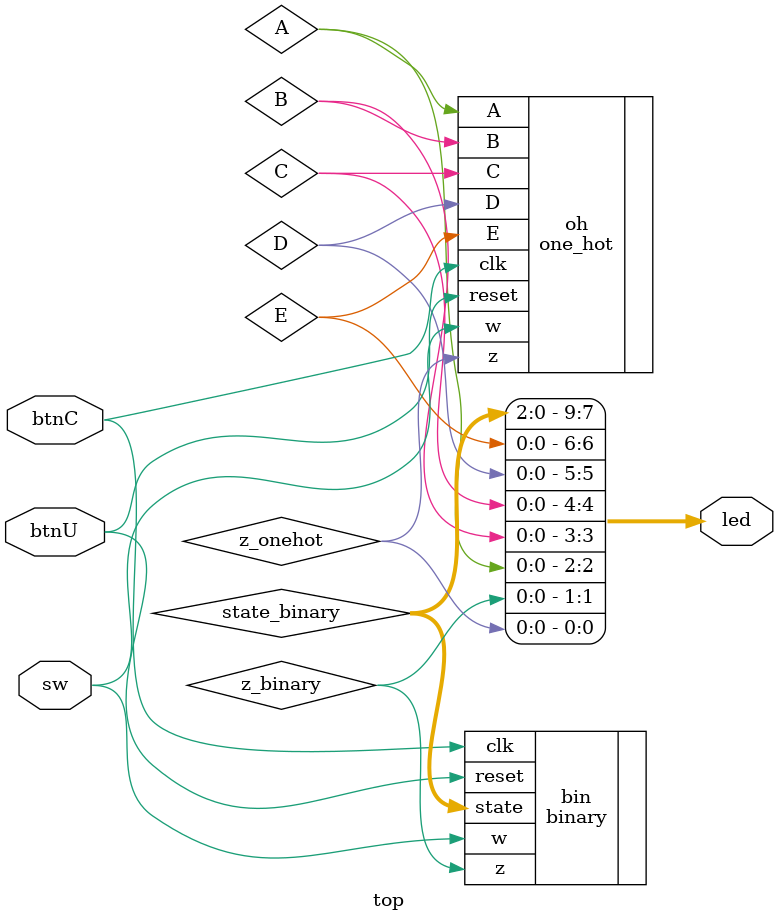
<source format=v>
module top(
    input sw, // w
    output [9:0] led, // see IO table
    input btnC, // clk
    input btnU // reset
);

wire z_onehot;
    wire A, B, C, D, E;

    // Wires for binary outputs
    wire z_binary;
    wire [2:0] state_binary;

    // Instantiate one-hot state machine
    one_hot oh(
        .w(sw),
        .clk(btnC),
        .reset(btnU),
        .z(z_onehot),
        .A(A),
        .B(B),
        .C(C),
        .D(D),
        .E(E)
    );

    // Instantiate binary state machine
    binary bin(
        .w(sw),
        .clk(btnC),
        .reset(btnU),
        .z(z_binary),
        .state(state_binary)
    );

    // Map outputs to LEDs according to IO table
    assign led[0] = z_onehot;       // one-hot z
    assign led[1] = z_binary;       // binary z
    assign led[2] = A;              // one-hot state A
    assign led[3] = B;              // one-hot state B
    assign led[4] = C;              // one-hot state C
    assign led[5] = D;              // one-hot state D
    assign led[6] = E;              // one-hot state E
    assign led[9:7] = state_binary; // binary state

endmodule
</source>
